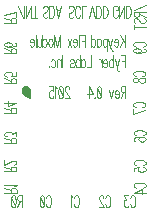
<source format=gbo>
G04 DipTrace 2.4.0.2*
%INkeypad.gbo*%
%MOMM*%
%ADD10C,0.25*%
%ADD35O,0.723X0.863*%
%ADD53C,0.111*%
%FSLAX53Y53*%
G04*
G71*
G90*
G75*
G01*
%LNBotSilk*%
%LPD*%
G36*
X15059Y22078D2*
X14442Y22711D1*
X14925Y23058D1*
X15052Y22901D1*
X15059Y22078D1*
G37*
D35*
X14777Y22773D3*
X15062Y22195D2*
D10*
G02X14545Y22698I68J586D01*
G01*
X15075Y22218D2*
G03X15015Y22838I-970J219D01*
G01*
X18403Y22914D2*
D53*
Y22962D1*
X18374Y23060D1*
X18345Y23108D1*
X18287Y23156D1*
X18170D1*
X18112Y23108D1*
X18083Y23060D1*
X18054Y22962D1*
Y22865D1*
X18083Y22768D1*
X18141Y22623D1*
X18433Y22137D1*
X18025D1*
X17716Y23156D2*
X17804Y23108D1*
X17862Y22962D1*
X17891Y22719D1*
Y22573D1*
X17862Y22331D1*
X17804Y22185D1*
X17716Y22137D1*
X17658D1*
X17571Y22185D1*
X17513Y22331D1*
X17483Y22573D1*
Y22719D1*
X17513Y22962D1*
X17571Y23108D1*
X17658Y23156D1*
X17716D1*
X17513Y22962D2*
X17862Y22331D1*
X17350Y22962D2*
X17291Y23011D1*
X17203Y23156D1*
Y22137D1*
X16720Y23156D2*
X17011D1*
X17040Y22719D1*
X17011Y22768D1*
X16924Y22817D1*
X16837D1*
X16749Y22768D1*
X16691Y22671D1*
X16662Y22525D1*
Y22429D1*
X16691Y22283D1*
X16749Y22185D1*
X16837Y22137D1*
X16924D1*
X17011Y22185D1*
X17040Y22234D1*
X17070Y22331D1*
X23167Y22674D2*
X22905D1*
X22817Y22723D1*
X22787Y22771D1*
X22758Y22868D1*
Y22966D1*
X22787Y23062D1*
X22817Y23112D1*
X22905Y23160D1*
X23167D1*
Y22139D1*
X22963Y22674D2*
X22758Y22139D1*
X22625Y22528D2*
X22275D1*
Y22625D1*
X22304Y22723D1*
X22333Y22771D1*
X22392Y22820D1*
X22479D1*
X22537Y22771D1*
X22596Y22674D1*
X22625Y22528D1*
Y22431D1*
X22596Y22285D1*
X22537Y22189D1*
X22479Y22139D1*
X22392D1*
X22333Y22189D1*
X22275Y22285D1*
X22142Y22820D2*
X21967Y22139D1*
X21792Y22820D1*
X20946Y23159D2*
X21034Y23111D1*
X21092Y22965D1*
X21121Y22722D1*
Y22576D1*
X21092Y22333D1*
X21034Y22187D1*
X20946Y22139D1*
X20888D1*
X20801Y22187D1*
X20743Y22333D1*
X20713Y22576D1*
Y22722D1*
X20743Y22965D1*
X20801Y23111D1*
X20888Y23159D1*
X20946D1*
X20743Y22965D2*
X21092Y22333D1*
X20551Y22237D2*
X20580Y22187D1*
X20551Y22139D1*
X20521Y22187D1*
X20551Y22237D1*
X20096Y22139D2*
Y23159D1*
X20388Y22479D1*
X19950D1*
X22761Y25773D2*
X23140D1*
Y24752D1*
Y25287D2*
X22907D1*
X22598Y25433D2*
X22424Y24752D1*
X22482Y24558D1*
X22540Y24460D1*
X22598Y24412D1*
X22628D1*
X22248Y25433D2*
X22424Y24752D1*
X22115Y25773D2*
Y24752D1*
Y25287D2*
X22056Y25385D1*
X21998Y25433D1*
X21911D1*
X21853Y25385D1*
X21794Y25287D1*
X21765Y25141D1*
Y25044D1*
X21794Y24898D1*
X21853Y24802D1*
X21911Y24752D1*
X21998D1*
X22056Y24802D1*
X22115Y24898D1*
X21632Y25141D2*
X21282D1*
Y25239D1*
X21311Y25336D1*
X21340Y25385D1*
X21399Y25433D1*
X21486D1*
X21544Y25385D1*
X21603Y25287D1*
X21632Y25141D1*
Y25044D1*
X21603Y24898D1*
X21544Y24802D1*
X21486Y24752D1*
X21399D1*
X21340Y24802D1*
X21282Y24898D1*
X21149Y25433D2*
Y24752D1*
Y25141D2*
X21119Y25287D1*
X21061Y25385D1*
X21003Y25433D1*
X20915D1*
X20244Y25773D2*
Y24752D1*
X19894D1*
X19411Y25433D2*
Y24752D1*
Y25287D2*
X19469Y25385D1*
X19528Y25433D1*
X19615D1*
X19673Y25385D1*
X19731Y25287D1*
X19761Y25141D1*
Y25044D1*
X19731Y24898D1*
X19673Y24802D1*
X19615Y24752D1*
X19528D1*
X19469Y24802D1*
X19411Y24898D1*
X19278Y25773D2*
Y24752D1*
Y25287D2*
X19219Y25385D1*
X19161Y25433D1*
X19074D1*
X19016Y25385D1*
X18957Y25287D1*
X18928Y25141D1*
Y25044D1*
X18957Y24898D1*
X19016Y24802D1*
X19074Y24752D1*
X19161D1*
X19219Y24802D1*
X19278Y24898D1*
X18474Y25287D2*
X18503Y25385D1*
X18591Y25433D1*
X18678D1*
X18766Y25385D1*
X18795Y25287D1*
X18766Y25190D1*
X18707Y25141D1*
X18562Y25093D1*
X18503Y25044D1*
X18474Y24947D1*
Y24898D1*
X18503Y24802D1*
X18591Y24752D1*
X18678D1*
X18766Y24802D1*
X18795Y24898D1*
X17803Y25773D2*
Y24752D1*
X17670Y25433D2*
Y24752D1*
Y25239D2*
X17582Y25385D1*
X17524Y25433D1*
X17437D1*
X17378Y25385D1*
X17349Y25239D1*
Y24752D1*
X16865Y25287D2*
X16924Y25385D1*
X16983Y25433D1*
X17070D1*
X17128Y25385D1*
X17186Y25287D1*
X17216Y25141D1*
Y25044D1*
X17186Y24898D1*
X17128Y24802D1*
X17070Y24752D1*
X16983D1*
X16924Y24802D1*
X16865Y24898D1*
X16703Y24850D2*
X16732Y24801D1*
X16703Y24752D1*
X16673Y24801D1*
X16703Y24850D1*
X19343Y27501D2*
X19723D1*
Y26480D1*
Y27014D2*
X19490D1*
X19210Y27501D2*
Y26480D1*
X19077Y26868D2*
X18727D1*
Y26966D1*
X18756Y27064D1*
X18785Y27112D1*
X18844Y27160D1*
X18931D1*
X18989Y27112D1*
X19048Y27014D1*
X19077Y26868D1*
Y26772D1*
X19048Y26626D1*
X18989Y26529D1*
X18931Y26480D1*
X18844D1*
X18785Y26529D1*
X18727Y26626D1*
X18594Y27160D2*
X18273Y26480D1*
Y27160D2*
X18594Y26480D1*
X17136D2*
Y27501D1*
X17369Y26480D1*
X17602Y27501D1*
Y26480D1*
X16857Y27160D2*
X16915Y27112D1*
X16973Y27014D1*
X17002Y26868D1*
Y26772D1*
X16973Y26626D1*
X16915Y26529D1*
X16857Y26480D1*
X16769D1*
X16711Y26529D1*
X16653Y26626D1*
X16623Y26772D1*
Y26868D1*
X16653Y27014D1*
X16711Y27112D1*
X16769Y27160D1*
X16857D1*
X16140Y27501D2*
Y26480D1*
Y27014D2*
X16198Y27112D1*
X16256Y27160D1*
X16344D1*
X16402Y27112D1*
X16461Y27014D1*
X16490Y26868D1*
Y26772D1*
X16461Y26626D1*
X16402Y26529D1*
X16344Y26480D1*
X16256D1*
X16198Y26529D1*
X16140Y26626D1*
X16007Y27160D2*
Y26674D1*
X15978Y26529D1*
X15919Y26480D1*
X15831D1*
X15773Y26529D1*
X15686Y26674D1*
Y27160D2*
Y26480D1*
X15552Y27501D2*
Y26480D1*
X15419Y26868D2*
X15069D1*
Y26966D1*
X15098Y27064D1*
X15127Y27112D1*
X15186Y27160D1*
X15274D1*
X15332Y27112D1*
X15390Y27014D1*
X15419Y26868D1*
Y26772D1*
X15390Y26626D1*
X15332Y26529D1*
X15274Y26480D1*
X15186D1*
X15127Y26529D1*
X15069Y26626D1*
X23116Y27505D2*
Y26484D1*
X22707Y27505D2*
X23116Y26824D1*
X22970Y27068D2*
X22707Y26484D1*
X22574Y26873D2*
X22224D1*
Y26970D1*
X22253Y27068D1*
X22282Y27116D1*
X22341Y27165D1*
X22428D1*
X22486Y27116D1*
X22545Y27019D1*
X22574Y26873D1*
Y26776D1*
X22545Y26630D1*
X22486Y26533D1*
X22428Y26484D1*
X22341D1*
X22282Y26533D1*
X22224Y26630D1*
X22061Y27165D2*
X21887Y26484D1*
X21945Y26290D1*
X22003Y26192D1*
X22061Y26144D1*
X22091D1*
X21712Y27165D2*
X21887Y26484D1*
X21578Y27165D2*
Y26144D1*
Y27019D2*
X21520Y27115D1*
X21462Y27165D1*
X21374D1*
X21315Y27115D1*
X21258Y27019D1*
X21228Y26873D1*
Y26775D1*
X21258Y26630D1*
X21315Y26532D1*
X21374Y26484D1*
X21462D1*
X21520Y26532D1*
X21578Y26630D1*
X20745Y27165D2*
Y26484D1*
Y27019D2*
X20803Y27116D1*
X20861Y27165D1*
X20948D1*
X21007Y27116D1*
X21065Y27019D1*
X21095Y26873D1*
Y26776D1*
X21065Y26630D1*
X21007Y26533D1*
X20948Y26484D1*
X20861D1*
X20803Y26533D1*
X20745Y26630D1*
X20262Y27505D2*
Y26484D1*
Y27019D2*
X20320Y27116D1*
X20378Y27165D1*
X20466D1*
X20524Y27116D1*
X20583Y27019D1*
X20611Y26873D1*
Y26776D1*
X20583Y26630D1*
X20524Y26533D1*
X20466Y26484D1*
X20378D1*
X20320Y26533D1*
X20262Y26630D1*
X20094Y28919D2*
X20327Y29940D1*
X20561Y28919D1*
X20694D2*
Y29940D1*
X20898D1*
X20986Y29891D1*
X21044Y29794D1*
X21073Y29697D1*
X21102Y29552D1*
Y29308D1*
X21073Y29162D1*
X21044Y29065D1*
X20986Y28968D1*
X20898Y28919D1*
X20694D1*
X21236D2*
Y29940D1*
X21440D1*
X21527Y29891D1*
X21586Y29794D1*
X21615Y29697D1*
X21644Y29552D1*
Y29308D1*
X21615Y29162D1*
X21586Y29065D1*
X21527Y28968D1*
X21440Y28919D1*
X21236D1*
X22522Y29192D2*
X22493Y29095D1*
X22434Y28998D1*
X22376Y28949D1*
X22260D1*
X22201Y28998D1*
X22143Y29095D1*
X22114Y29192D1*
X22085Y29338D1*
Y29582D1*
X22114Y29727D1*
X22143Y29824D1*
X22201Y29921D1*
X22260Y29970D1*
X22376D1*
X22434Y29921D1*
X22493Y29824D1*
X22522Y29727D1*
Y29582D1*
X22376D1*
X23064Y28949D2*
Y29970D1*
X22655Y28949D1*
Y29970D1*
X23197Y28949D2*
Y29970D1*
X23401D1*
X23489Y29921D1*
X23547Y29824D1*
X23576Y29727D1*
X23605Y29582D1*
Y29338D1*
X23576Y29192D1*
X23547Y29095D1*
X23489Y28998D1*
X23401Y28949D1*
X23197D1*
X18765Y29075D2*
X18707Y28977D1*
X18619Y28929D1*
X18503D1*
X18415Y28977D1*
X18357Y29075D1*
Y29171D1*
X18386Y29269D1*
X18415Y29317D1*
X18473Y29366D1*
X18648Y29463D1*
X18707Y29512D1*
X18736Y29561D1*
X18765Y29658D1*
Y29804D1*
X18707Y29900D1*
X18619Y29950D1*
X18503D1*
X18415Y29900D1*
X18357Y29804D1*
X19336Y29171D2*
X19307Y29075D1*
X19248Y28977D1*
X19190Y28929D1*
X19074D1*
X19015Y28977D1*
X18957Y29075D1*
X18927Y29171D1*
X18898Y29317D1*
Y29561D1*
X18927Y29706D1*
X18957Y29804D1*
X19015Y29900D1*
X19074Y29950D1*
X19190D1*
X19248Y29900D1*
X19307Y29804D1*
X19336Y29706D1*
X19469Y28929D2*
Y29950D1*
X19819D1*
X16575Y29074D2*
X16518Y28976D1*
X16430Y28928D1*
X16313D1*
X16226Y28976D1*
X16167Y29074D1*
Y29171D1*
X16197Y29268D1*
X16226Y29317D1*
X16284Y29365D1*
X16459Y29463D1*
X16518Y29511D1*
X16546Y29560D1*
X16575Y29657D1*
Y29803D1*
X16518Y29900D1*
X16430Y29949D1*
X16313D1*
X16226Y29900D1*
X16167Y29803D1*
X16709Y28928D2*
Y29949D1*
X16913D1*
X17001Y29900D1*
X17059Y29803D1*
X17088Y29705D1*
X17117Y29560D1*
Y29317D1*
X17088Y29171D1*
X17059Y29074D1*
X17001Y28976D1*
X16913Y28928D1*
X16709D1*
X17717Y29949D2*
X17484Y28928D1*
X17250Y29949D1*
X17338Y29609D2*
X17630D1*
X14074Y29965D2*
X14482Y28945D1*
X14615Y28944D2*
Y29965D1*
X15157Y28944D2*
Y29965D1*
X14749Y28944D1*
Y29965D1*
X15494Y28944D2*
Y29965D1*
X15290Y28944D2*
X15699D1*
X24875Y29990D2*
X23855Y29581D1*
X24341Y29448D2*
Y29186D1*
X24291Y29098D1*
X24243Y29069D1*
X24146Y29040D1*
X24049D1*
X23952Y29069D1*
X23903Y29098D1*
X23854Y29186D1*
Y29448D1*
X24875D1*
X24341Y29244D2*
X24875Y29040D1*
X24000Y28498D2*
X23903Y28556D1*
X23854Y28643D1*
Y28760D1*
X23903Y28848D1*
X24000Y28906D1*
X24097D1*
X24195Y28877D1*
X24243Y28848D1*
X24291Y28790D1*
X24389Y28614D1*
X24437Y28556D1*
X24487Y28527D1*
X24583Y28498D1*
X24729D1*
X24826Y28556D1*
X24875Y28643D1*
Y28760D1*
X24826Y28848D1*
X24729Y28906D1*
X23854Y28160D2*
X24875D1*
X23854Y28365D2*
Y27956D1*
X24083Y26486D2*
X23986Y26515D1*
X23889Y26574D1*
X23840Y26632D1*
Y26749D1*
X23889Y26807D1*
X23986Y26865D1*
X24083Y26895D1*
X24229Y26924D1*
X24473D1*
X24618Y26895D1*
X24715Y26865D1*
X24812Y26807D1*
X24861Y26749D1*
Y26632D1*
X24812Y26574D1*
X24715Y26515D1*
X24618Y26486D1*
X24181Y25974D2*
X24327Y26003D1*
X24424Y26061D1*
X24473Y26149D1*
Y26178D1*
X24424Y26266D1*
X24327Y26323D1*
X24181Y26353D1*
X24132D1*
X23986Y26323D1*
X23890Y26266D1*
X23841Y26178D1*
Y26149D1*
X23890Y26061D1*
X23986Y26003D1*
X24181Y25974D1*
X24424D1*
X24667Y26003D1*
X24813Y26061D1*
X24861Y26149D1*
Y26207D1*
X24813Y26295D1*
X24715Y26323D1*
X13438Y28506D2*
Y28768D1*
X13487Y28856D1*
X13536Y28885D1*
X13632Y28914D1*
X13730D1*
X13826Y28885D1*
X13876Y28856D1*
X13924Y28768D1*
Y28506D1*
X12903D1*
X13438Y28710D2*
X12903Y28914D1*
Y29164D2*
X13923Y29456D1*
Y29047D1*
X24068Y24000D2*
X23972Y24029D1*
X23874Y24088D1*
X23826Y24146D1*
Y24262D1*
X23874Y24321D1*
X23972Y24379D1*
X24068Y24409D1*
X24214Y24438D1*
X24458D1*
X24603Y24409D1*
X24701Y24379D1*
X24797Y24321D1*
X24847Y24262D1*
Y24146D1*
X24797Y24088D1*
X24701Y24029D1*
X24603Y24000D1*
X23827Y23721D2*
X23875Y23808D1*
X23972Y23838D1*
X24069D1*
X24166Y23808D1*
X24215Y23750D1*
X24264Y23634D1*
X24312Y23546D1*
X24410Y23488D1*
X24506Y23459D1*
X24652D1*
X24749Y23488D1*
X24798Y23517D1*
X24847Y23605D1*
Y23721D1*
X24798Y23808D1*
X24749Y23838D1*
X24652Y23867D1*
X24506D1*
X24410Y23838D1*
X24312Y23779D1*
X24264Y23693D1*
X24215Y23576D1*
X24166Y23517D1*
X24069Y23488D1*
X23972D1*
X23875Y23517D1*
X23827Y23605D1*
Y23721D1*
X24068Y21366D2*
X23972Y21395D1*
X23874Y21454D1*
X23826Y21512D1*
Y21628D1*
X23874Y21687D1*
X23972Y21745D1*
X24068Y21774D1*
X24214Y21803D1*
X24458D1*
X24603Y21774D1*
X24701Y21745D1*
X24797Y21687D1*
X24847Y21628D1*
Y21512D1*
X24797Y21454D1*
X24701Y21395D1*
X24603Y21366D1*
X24847Y21116D2*
X23827Y20824D1*
Y21233D1*
X24091Y18976D2*
X23995Y19005D1*
X23897Y19063D1*
X23849Y19121D1*
Y19238D1*
X23897Y19297D1*
X23995Y19354D1*
X24091Y19384D1*
X24237Y19413D1*
X24481D1*
X24626Y19384D1*
X24723Y19354D1*
X24820Y19297D1*
X24869Y19238D1*
Y19121D1*
X24820Y19063D1*
X24723Y19005D1*
X24626Y18976D1*
X23995Y18493D2*
X23898Y18522D1*
X23850Y18609D1*
Y18667D1*
X23898Y18755D1*
X24044Y18813D1*
X24287Y18842D1*
X24529D1*
X24723Y18813D1*
X24821Y18755D1*
X24869Y18667D1*
Y18638D1*
X24821Y18551D1*
X24723Y18493D1*
X24577Y18464D1*
X24529D1*
X24383Y18493D1*
X24287Y18551D1*
X24238Y18638D1*
Y18667D1*
X24287Y18755D1*
X24383Y18813D1*
X24529Y18842D1*
X24093Y16450D2*
X23997Y16479D1*
X23899Y16538D1*
X23851Y16596D1*
Y16713D1*
X23899Y16771D1*
X23997Y16829D1*
X24093Y16859D1*
X24239Y16888D1*
X24483D1*
X24628Y16859D1*
X24726Y16829D1*
X24822Y16771D1*
X24872Y16713D1*
Y16596D1*
X24822Y16538D1*
X24726Y16479D1*
X24628Y16450D1*
X23852Y15967D2*
Y16258D1*
X24289Y16287D1*
X24241Y16258D1*
X24191Y16171D1*
Y16084D1*
X24241Y15996D1*
X24337Y15938D1*
X24483Y15909D1*
X24580D1*
X24726Y15938D1*
X24823Y15996D1*
X24872Y16084D1*
Y16171D1*
X24823Y16258D1*
X24774Y16287D1*
X24677Y16317D1*
X24093Y14551D2*
X23997Y14580D1*
X23899Y14638D1*
X23851Y14696D1*
Y14813D1*
X23899Y14871D1*
X23997Y14929D1*
X24093Y14959D1*
X24239Y14988D1*
X24483D1*
X24628Y14959D1*
X24726Y14929D1*
X24822Y14871D1*
X24872Y14813D1*
Y14696D1*
X24822Y14638D1*
X24726Y14580D1*
X24628Y14551D1*
X24872Y14125D2*
X23852D1*
X24531Y14417D1*
Y13980D1*
X23564Y13681D2*
X23592Y13778D1*
X23651Y13876D1*
X23709Y13924D1*
X23826D1*
X23884Y13876D1*
X23942Y13778D1*
X23972Y13681D1*
X24001Y13535D1*
Y13292D1*
X23972Y13147D1*
X23942Y13049D1*
X23884Y12953D1*
X23826Y12903D1*
X23709D1*
X23651Y12953D1*
X23592Y13049D1*
X23564Y13147D1*
X23372Y13923D2*
X23051D1*
X23226Y13534D1*
X23138D1*
X23080Y13486D1*
X23051Y13438D1*
X23022Y13292D1*
Y13195D1*
X23051Y13049D1*
X23109Y12951D1*
X23197Y12903D1*
X23285D1*
X23372Y12951D1*
X23401Y13001D1*
X23430Y13097D1*
X21459Y13683D2*
X21488Y13780D1*
X21547Y13877D1*
X21605Y13926D1*
X21721D1*
X21780Y13877D1*
X21838Y13780D1*
X21867Y13683D1*
X21896Y13537D1*
Y13293D1*
X21867Y13149D1*
X21838Y13051D1*
X21780Y12954D1*
X21721Y12905D1*
X21605D1*
X21547Y12954D1*
X21488Y13051D1*
X21459Y13149D1*
X21296Y13682D2*
Y13730D1*
X21267Y13828D1*
X21238Y13876D1*
X21179Y13925D1*
X21063D1*
X21005Y13876D1*
X20976Y13828D1*
X20946Y13730D1*
Y13634D1*
X20976Y13536D1*
X21034Y13391D1*
X21326Y12905D1*
X20917D1*
X18806Y13688D2*
X18835Y13785D1*
X18894Y13883D1*
X18952Y13931D1*
X19068D1*
X19127Y13883D1*
X19185Y13785D1*
X19215Y13688D1*
X19244Y13542D1*
Y13299D1*
X19215Y13154D1*
X19185Y13056D1*
X19127Y12959D1*
X19068Y12910D1*
X18952D1*
X18894Y12959D1*
X18835Y13056D1*
X18806Y13154D1*
X18673Y13735D2*
X18614Y13785D1*
X18527Y13930D1*
Y12910D1*
X16434Y13680D2*
X16463Y13776D1*
X16522Y13874D1*
X16580Y13922D1*
X16697D1*
X16755Y13874D1*
X16813Y13776D1*
X16843Y13680D1*
X16872Y13534D1*
Y13290D1*
X16843Y13145D1*
X16813Y13047D1*
X16755Y12951D1*
X16697Y12901D1*
X16580D1*
X16522Y12951D1*
X16463Y13047D1*
X16434Y13145D1*
X16126Y13921D2*
X16214Y13873D1*
X16272Y13727D1*
X16301Y13484D1*
Y13338D1*
X16272Y13096D1*
X16214Y12950D1*
X16126Y12901D1*
X16068D1*
X15980Y12950D1*
X15922Y13096D1*
X15893Y13338D1*
Y13484D1*
X15922Y13727D1*
X15980Y13873D1*
X16068Y13921D1*
X16126D1*
X15922Y13727D2*
X16272Y13096D1*
X13451Y25937D2*
Y26200D1*
X13501Y26287D1*
X13549Y26317D1*
X13646Y26346D1*
X13743D1*
X13840Y26317D1*
X13889Y26287D1*
X13938Y26200D1*
Y25937D1*
X12917D1*
X13451Y26142D2*
X12917Y26346D1*
X13792Y26829D2*
X13888Y26800D1*
X13936Y26712D1*
Y26654D1*
X13888Y26567D1*
X13742Y26508D1*
X13500Y26479D1*
X13257D1*
X13063Y26508D1*
X12965Y26567D1*
X12917Y26654D1*
Y26683D1*
X12965Y26770D1*
X13063Y26829D1*
X13209Y26858D1*
X13257D1*
X13403Y26829D1*
X13500Y26770D1*
X13548Y26683D1*
Y26654D1*
X13500Y26567D1*
X13403Y26508D1*
X13257Y26479D1*
X13447Y23416D2*
Y23678D1*
X13496Y23766D1*
X13545Y23795D1*
X13641Y23824D1*
X13739D1*
X13835Y23795D1*
X13885Y23766D1*
X13933Y23678D1*
Y23416D1*
X12912D1*
X13447Y23620D2*
X12912Y23824D1*
X13932Y24307D2*
Y24016D1*
X13495Y23987D1*
X13543Y24016D1*
X13593Y24104D1*
Y24191D1*
X13543Y24278D1*
X13447Y24337D1*
X13301Y24366D1*
X13204D1*
X13058Y24337D1*
X12961Y24278D1*
X12912Y24191D1*
Y24104D1*
X12961Y24016D1*
X13010Y23987D1*
X13107Y23958D1*
X13435Y20911D2*
Y21173D1*
X13484Y21261D1*
X13532Y21291D1*
X13629Y21320D1*
X13727D1*
X13823Y21291D1*
X13873Y21261D1*
X13921Y21173D1*
Y20911D1*
X12900D1*
X13435Y21115D2*
X12900Y21320D1*
Y21745D2*
X13920D1*
X13240Y21453D1*
Y21890D1*
X13446Y18356D2*
Y18618D1*
X13496Y18705D1*
X13544Y18735D1*
X13641Y18764D1*
X13738D1*
X13835Y18735D1*
X13884Y18705D1*
X13933Y18618D1*
Y18356D1*
X12912D1*
X13446Y18560D2*
X12912Y18764D1*
X13931Y18956D2*
Y19276D1*
X13543Y19101D1*
Y19189D1*
X13495Y19247D1*
X13446Y19276D1*
X13300Y19306D1*
X13204D1*
X13058Y19276D1*
X12960Y19218D1*
X12912Y19130D1*
Y19043D1*
X12960Y18956D1*
X13009Y18927D1*
X13106Y18897D1*
X13448Y15925D2*
Y16187D1*
X13498Y16275D1*
X13546Y16305D1*
X13643Y16334D1*
X13740D1*
X13837Y16305D1*
X13886Y16275D1*
X13935Y16187D1*
Y15925D1*
X12914D1*
X13448Y16130D2*
X12914Y16334D1*
X13691Y16497D2*
X13739D1*
X13837Y16526D1*
X13885Y16555D1*
X13934Y16613D1*
Y16730D1*
X13885Y16788D1*
X13837Y16817D1*
X13739Y16846D1*
X13643D1*
X13545Y16817D1*
X13400Y16759D1*
X12914Y16467D1*
Y16875D1*
X13454Y14119D2*
Y14381D1*
X13503Y14469D1*
X13551Y14498D1*
X13648Y14527D1*
X13746D1*
X13842Y14498D1*
X13892Y14469D1*
X13940Y14381D1*
Y14119D1*
X12919D1*
X13454Y14323D2*
X12919Y14527D1*
X13744Y14661D2*
X13794Y14719D1*
X13939Y14807D1*
X12919D1*
X14420Y13432D2*
X14158D1*
X14070Y13481D1*
X14041Y13529D1*
X14012Y13626D1*
Y13724D1*
X14041Y13820D1*
X14070Y13870D1*
X14158Y13918D1*
X14420D1*
Y12897D1*
X14216Y13432D2*
X14012Y12897D1*
X13703Y13917D2*
X13791Y13868D1*
X13850Y13722D1*
X13878Y13480D1*
Y13334D1*
X13850Y13091D1*
X13791Y12945D1*
X13703Y12897D1*
X13645D1*
X13558Y12945D1*
X13500Y13091D1*
X13470Y13334D1*
Y13480D1*
X13500Y13722D1*
X13558Y13868D1*
X13645Y13917D1*
X13703D1*
X13500Y13722D2*
X13850Y13091D1*
M02*

</source>
